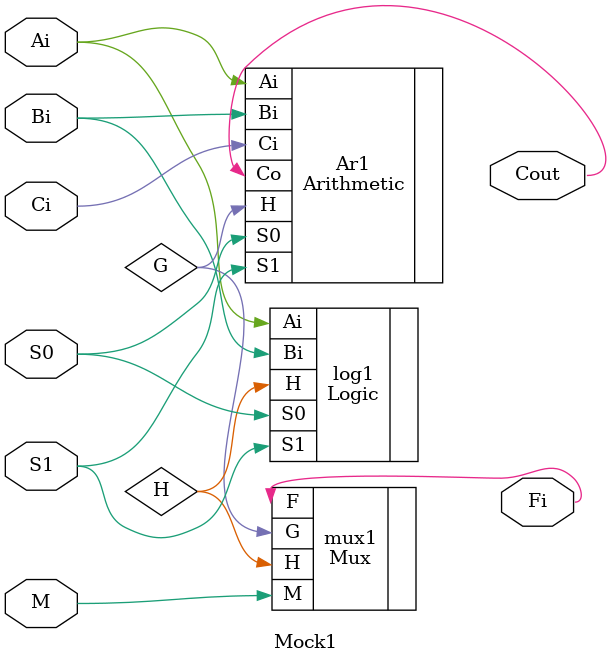
<source format=sv>
module Mock1(
    Ai,
    Bi,
    Ci,
    S1,
    S0,
    M,
    Cout,
    Fi
);
    input Ai;
    input Bi;
    input Ci;
    input S1;
    input S0;
    input M;
    output reg Cout;
    output reg Fi;
    wire G;
    wire H;
    //Arithmetic unit
    Arithmetic Ar1(.Ai(Ai),
                   .Bi(Bi),
                   .Ci(Ci),
                   .S1(S1),
                   .S0(S0),
                   .H(G),
                   .Co(Cout));
    //Logic Unit
    Logic log1(.Ai(Ai),
               .Bi(Bi),
               .S1(S1),
               .S0(S0),
               .H(H));
    //Mux
    Mux mux1(.G(G),
             .H(H),
             .F(Fi),
             .M(M));
endmodule
</source>
